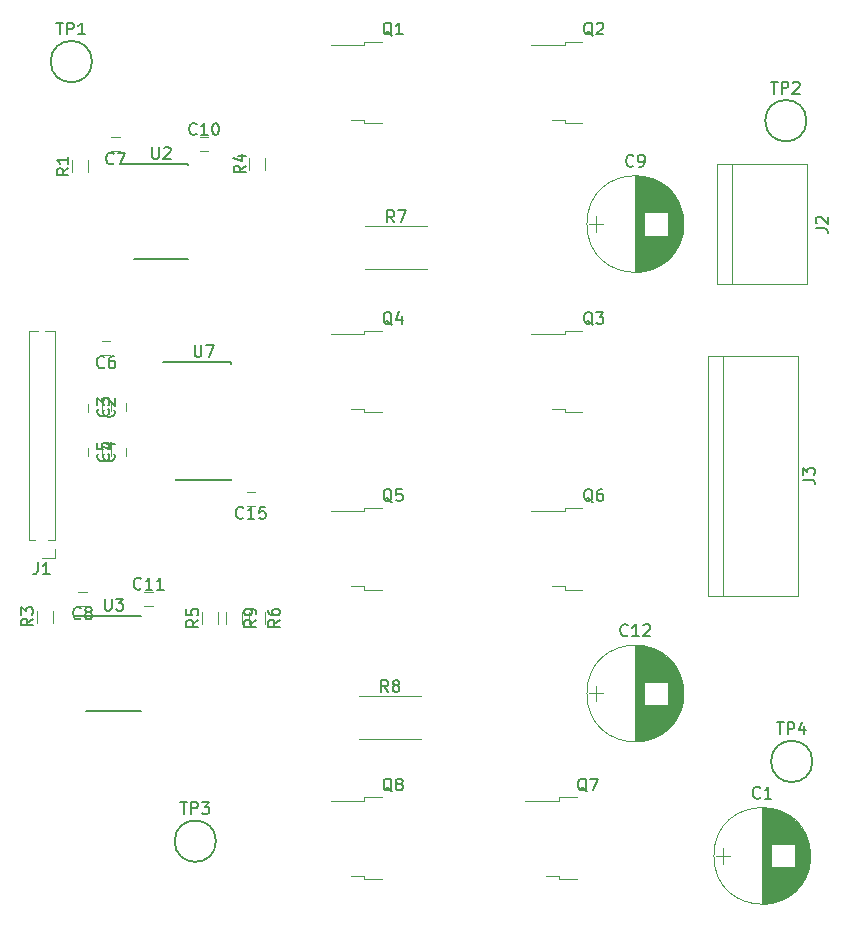
<source format=gbr>
G04 #@! TF.GenerationSoftware,KiCad,Pcbnew,5.0.2-bee76a0~70~ubuntu18.04.1*
G04 #@! TF.CreationDate,2019-02-27T20:57:34-05:00*
G04 #@! TF.ProjectId,Stepper Motor Prototype,53746570-7065-4722-904d-6f746f722050,rev?*
G04 #@! TF.SameCoordinates,Original*
G04 #@! TF.FileFunction,Legend,Top*
G04 #@! TF.FilePolarity,Positive*
%FSLAX46Y46*%
G04 Gerber Fmt 4.6, Leading zero omitted, Abs format (unit mm)*
G04 Created by KiCad (PCBNEW 5.0.2-bee76a0~70~ubuntu18.04.1) date Wed 27 Feb 2019 08:57:34 PM EST*
%MOMM*%
%LPD*%
G01*
G04 APERTURE LIST*
%ADD10C,0.120000*%
%ADD11C,0.150000*%
G04 APERTURE END LIST*
D10*
G04 #@! TO.C,J2*
X170190000Y-64460000D02*
X170190000Y-74620000D01*
X177810000Y-64460000D02*
X170190000Y-64460000D01*
X177810000Y-74620000D02*
X177810000Y-64460000D01*
X170190000Y-74620000D02*
X177810000Y-74620000D01*
X171460000Y-74620000D02*
X171460000Y-64460000D01*
G04 #@! TO.C,J3*
X169390000Y-80660000D02*
X169390000Y-100980000D01*
X177010000Y-80660000D02*
X177010000Y-100980000D01*
X170660000Y-100980000D02*
X170660000Y-80660000D01*
X169390000Y-100980000D02*
X177010000Y-100980000D01*
X177010000Y-80660000D02*
X169390000Y-80660000D01*
G04 #@! TO.C,Q4*
X141780000Y-78550000D02*
X140280000Y-78550000D01*
X140280000Y-78550000D02*
X140280000Y-78820000D01*
X140280000Y-78820000D02*
X137450000Y-78820000D01*
X141780000Y-85450000D02*
X140280000Y-85450000D01*
X140280000Y-85450000D02*
X140280000Y-85180000D01*
X140280000Y-85180000D02*
X139180000Y-85180000D01*
G04 #@! TO.C,Q3*
X157280000Y-85180000D02*
X156180000Y-85180000D01*
X157280000Y-85450000D02*
X157280000Y-85180000D01*
X158780000Y-85450000D02*
X157280000Y-85450000D01*
X157280000Y-78820000D02*
X154450000Y-78820000D01*
X157280000Y-78550000D02*
X157280000Y-78820000D01*
X158780000Y-78550000D02*
X157280000Y-78550000D01*
G04 #@! TO.C,Q2*
X158780000Y-54050000D02*
X157280000Y-54050000D01*
X157280000Y-54050000D02*
X157280000Y-54320000D01*
X157280000Y-54320000D02*
X154450000Y-54320000D01*
X158780000Y-60950000D02*
X157280000Y-60950000D01*
X157280000Y-60950000D02*
X157280000Y-60680000D01*
X157280000Y-60680000D02*
X156180000Y-60680000D01*
G04 #@! TO.C,Q1*
X140280000Y-60680000D02*
X139180000Y-60680000D01*
X140280000Y-60950000D02*
X140280000Y-60680000D01*
X141780000Y-60950000D02*
X140280000Y-60950000D01*
X140280000Y-54320000D02*
X137450000Y-54320000D01*
X140280000Y-54050000D02*
X140280000Y-54320000D01*
X141780000Y-54050000D02*
X140280000Y-54050000D01*
G04 #@! TO.C,Q5*
X141780000Y-93550000D02*
X140280000Y-93550000D01*
X140280000Y-93550000D02*
X140280000Y-93820000D01*
X140280000Y-93820000D02*
X137450000Y-93820000D01*
X141780000Y-100450000D02*
X140280000Y-100450000D01*
X140280000Y-100450000D02*
X140280000Y-100180000D01*
X140280000Y-100180000D02*
X139180000Y-100180000D01*
G04 #@! TO.C,Q6*
X157280000Y-100180000D02*
X156180000Y-100180000D01*
X157280000Y-100450000D02*
X157280000Y-100180000D01*
X158780000Y-100450000D02*
X157280000Y-100450000D01*
X157280000Y-93820000D02*
X154450000Y-93820000D01*
X157280000Y-93550000D02*
X157280000Y-93820000D01*
X158780000Y-93550000D02*
X157280000Y-93550000D01*
G04 #@! TO.C,Q7*
X158280000Y-118050000D02*
X156780000Y-118050000D01*
X156780000Y-118050000D02*
X156780000Y-118320000D01*
X156780000Y-118320000D02*
X153950000Y-118320000D01*
X158280000Y-124950000D02*
X156780000Y-124950000D01*
X156780000Y-124950000D02*
X156780000Y-124680000D01*
X156780000Y-124680000D02*
X155680000Y-124680000D01*
G04 #@! TO.C,Q8*
X140280000Y-124680000D02*
X139180000Y-124680000D01*
X140280000Y-124950000D02*
X140280000Y-124680000D01*
X141780000Y-124950000D02*
X140280000Y-124950000D01*
X140280000Y-118320000D02*
X137450000Y-118320000D01*
X140280000Y-118050000D02*
X140280000Y-118320000D01*
X141780000Y-118050000D02*
X140280000Y-118050000D01*
G04 #@! TO.C,C3*
X120100000Y-84650000D02*
X120100000Y-85350000D01*
X118900000Y-85350000D02*
X118900000Y-84650000D01*
G04 #@! TO.C,C4*
X118100000Y-88450000D02*
X118100000Y-89150000D01*
X116900000Y-89150000D02*
X116900000Y-88450000D01*
G04 #@! TO.C,C5*
X120100000Y-88450000D02*
X120100000Y-89150000D01*
X118900000Y-89150000D02*
X118900000Y-88450000D01*
G04 #@! TO.C,C6*
X118800000Y-80600000D02*
X118100000Y-80600000D01*
X118100000Y-79400000D02*
X118800000Y-79400000D01*
G04 #@! TO.C,C2*
X116900000Y-85400000D02*
X116900000Y-84700000D01*
X118100000Y-84700000D02*
X118100000Y-85400000D01*
G04 #@! TO.C,R7*
X140400000Y-69680000D02*
X145600000Y-69680000D01*
X145600000Y-73320000D02*
X140400000Y-73320000D01*
G04 #@! TO.C,R8*
X139900000Y-109430000D02*
X145100000Y-109430000D01*
X145100000Y-113070000D02*
X139900000Y-113070000D01*
G04 #@! TO.C,C1*
X170650000Y-122350000D02*
X170650000Y-123650000D01*
X170050000Y-123000000D02*
X171250000Y-123000000D01*
X178081000Y-122754000D02*
X178081000Y-123246000D01*
X178041000Y-122402000D02*
X178041000Y-123598000D01*
X178001000Y-122186000D02*
X178001000Y-123814000D01*
X177961000Y-122017000D02*
X177961000Y-123983000D01*
X177921000Y-121873000D02*
X177921000Y-124127000D01*
X177881000Y-121746000D02*
X177881000Y-124254000D01*
X177841000Y-121631000D02*
X177841000Y-124369000D01*
X177801000Y-121527000D02*
X177801000Y-124473000D01*
X177761000Y-121430000D02*
X177761000Y-124570000D01*
X177721000Y-121340000D02*
X177721000Y-124660000D01*
X177681000Y-121255000D02*
X177681000Y-124745000D01*
X177641000Y-121174000D02*
X177641000Y-124826000D01*
X177601000Y-121098000D02*
X177601000Y-124902000D01*
X177561000Y-121026000D02*
X177561000Y-124974000D01*
X177521000Y-120957000D02*
X177521000Y-125043000D01*
X177481000Y-120891000D02*
X177481000Y-125109000D01*
X177441000Y-120827000D02*
X177441000Y-125173000D01*
X177401000Y-120766000D02*
X177401000Y-125234000D01*
X177361000Y-120707000D02*
X177361000Y-125293000D01*
X177321000Y-120651000D02*
X177321000Y-125349000D01*
X177281000Y-120596000D02*
X177281000Y-125404000D01*
X177241000Y-120543000D02*
X177241000Y-125457000D01*
X177201000Y-120492000D02*
X177201000Y-125508000D01*
X177161000Y-120443000D02*
X177161000Y-125557000D01*
X177121000Y-120395000D02*
X177121000Y-125605000D01*
X177081000Y-120348000D02*
X177081000Y-125652000D01*
X177041000Y-120303000D02*
X177041000Y-125697000D01*
X177001000Y-120260000D02*
X177001000Y-125740000D01*
X176961000Y-120217000D02*
X176961000Y-125783000D01*
X176921000Y-120176000D02*
X176921000Y-125824000D01*
X176881000Y-120135000D02*
X176881000Y-125865000D01*
X176841000Y-120096000D02*
X176841000Y-125904000D01*
X176801000Y-120058000D02*
X176801000Y-125942000D01*
X176761000Y-120021000D02*
X176761000Y-125979000D01*
X176721000Y-123980000D02*
X176721000Y-126015000D01*
X176721000Y-119985000D02*
X176721000Y-122020000D01*
X176681000Y-123980000D02*
X176681000Y-126050000D01*
X176681000Y-119950000D02*
X176681000Y-122020000D01*
X176641000Y-123980000D02*
X176641000Y-126084000D01*
X176641000Y-119916000D02*
X176641000Y-122020000D01*
X176601000Y-123980000D02*
X176601000Y-126118000D01*
X176601000Y-119882000D02*
X176601000Y-122020000D01*
X176561000Y-123980000D02*
X176561000Y-126150000D01*
X176561000Y-119850000D02*
X176561000Y-122020000D01*
X176521000Y-123980000D02*
X176521000Y-126182000D01*
X176521000Y-119818000D02*
X176521000Y-122020000D01*
X176481000Y-123980000D02*
X176481000Y-126213000D01*
X176481000Y-119787000D02*
X176481000Y-122020000D01*
X176441000Y-123980000D02*
X176441000Y-126243000D01*
X176441000Y-119757000D02*
X176441000Y-122020000D01*
X176401000Y-123980000D02*
X176401000Y-126272000D01*
X176401000Y-119728000D02*
X176401000Y-122020000D01*
X176361000Y-123980000D02*
X176361000Y-126301000D01*
X176361000Y-119699000D02*
X176361000Y-122020000D01*
X176321000Y-123980000D02*
X176321000Y-126329000D01*
X176321000Y-119671000D02*
X176321000Y-122020000D01*
X176281000Y-123980000D02*
X176281000Y-126356000D01*
X176281000Y-119644000D02*
X176281000Y-122020000D01*
X176241000Y-123980000D02*
X176241000Y-126383000D01*
X176241000Y-119617000D02*
X176241000Y-122020000D01*
X176201000Y-123980000D02*
X176201000Y-126408000D01*
X176201000Y-119592000D02*
X176201000Y-122020000D01*
X176161000Y-123980000D02*
X176161000Y-126434000D01*
X176161000Y-119566000D02*
X176161000Y-122020000D01*
X176121000Y-123980000D02*
X176121000Y-126458000D01*
X176121000Y-119542000D02*
X176121000Y-122020000D01*
X176081000Y-123980000D02*
X176081000Y-126482000D01*
X176081000Y-119518000D02*
X176081000Y-122020000D01*
X176041000Y-123980000D02*
X176041000Y-126505000D01*
X176041000Y-119495000D02*
X176041000Y-122020000D01*
X176001000Y-123980000D02*
X176001000Y-126528000D01*
X176001000Y-119472000D02*
X176001000Y-122020000D01*
X175961000Y-123980000D02*
X175961000Y-126550000D01*
X175961000Y-119450000D02*
X175961000Y-122020000D01*
X175921000Y-123980000D02*
X175921000Y-126572000D01*
X175921000Y-119428000D02*
X175921000Y-122020000D01*
X175881000Y-123980000D02*
X175881000Y-126593000D01*
X175881000Y-119407000D02*
X175881000Y-122020000D01*
X175841000Y-123980000D02*
X175841000Y-126613000D01*
X175841000Y-119387000D02*
X175841000Y-122020000D01*
X175801000Y-123980000D02*
X175801000Y-126633000D01*
X175801000Y-119367000D02*
X175801000Y-122020000D01*
X175761000Y-123980000D02*
X175761000Y-126652000D01*
X175761000Y-119348000D02*
X175761000Y-122020000D01*
X175721000Y-123980000D02*
X175721000Y-126671000D01*
X175721000Y-119329000D02*
X175721000Y-122020000D01*
X175681000Y-123980000D02*
X175681000Y-126690000D01*
X175681000Y-119310000D02*
X175681000Y-122020000D01*
X175641000Y-123980000D02*
X175641000Y-126707000D01*
X175641000Y-119293000D02*
X175641000Y-122020000D01*
X175601000Y-123980000D02*
X175601000Y-126725000D01*
X175601000Y-119275000D02*
X175601000Y-122020000D01*
X175561000Y-123980000D02*
X175561000Y-126741000D01*
X175561000Y-119259000D02*
X175561000Y-122020000D01*
X175521000Y-123980000D02*
X175521000Y-126758000D01*
X175521000Y-119242000D02*
X175521000Y-122020000D01*
X175481000Y-123980000D02*
X175481000Y-126773000D01*
X175481000Y-119227000D02*
X175481000Y-122020000D01*
X175441000Y-123980000D02*
X175441000Y-126789000D01*
X175441000Y-119211000D02*
X175441000Y-122020000D01*
X175401000Y-123980000D02*
X175401000Y-126803000D01*
X175401000Y-119197000D02*
X175401000Y-122020000D01*
X175361000Y-123980000D02*
X175361000Y-126818000D01*
X175361000Y-119182000D02*
X175361000Y-122020000D01*
X175321000Y-123980000D02*
X175321000Y-126832000D01*
X175321000Y-119168000D02*
X175321000Y-122020000D01*
X175281000Y-123980000D02*
X175281000Y-126845000D01*
X175281000Y-119155000D02*
X175281000Y-122020000D01*
X175241000Y-123980000D02*
X175241000Y-126858000D01*
X175241000Y-119142000D02*
X175241000Y-122020000D01*
X175201000Y-123980000D02*
X175201000Y-126870000D01*
X175201000Y-119130000D02*
X175201000Y-122020000D01*
X175161000Y-123980000D02*
X175161000Y-126883000D01*
X175161000Y-119117000D02*
X175161000Y-122020000D01*
X175121000Y-123980000D02*
X175121000Y-126894000D01*
X175121000Y-119106000D02*
X175121000Y-122020000D01*
X175081000Y-123980000D02*
X175081000Y-126905000D01*
X175081000Y-119095000D02*
X175081000Y-122020000D01*
X175041000Y-123980000D02*
X175041000Y-126916000D01*
X175041000Y-119084000D02*
X175041000Y-122020000D01*
X175001000Y-123980000D02*
X175001000Y-126926000D01*
X175001000Y-119074000D02*
X175001000Y-122020000D01*
X174961000Y-123980000D02*
X174961000Y-126936000D01*
X174961000Y-119064000D02*
X174961000Y-122020000D01*
X174921000Y-123980000D02*
X174921000Y-126946000D01*
X174921000Y-119054000D02*
X174921000Y-122020000D01*
X174881000Y-123980000D02*
X174881000Y-126955000D01*
X174881000Y-119045000D02*
X174881000Y-122020000D01*
X174841000Y-123980000D02*
X174841000Y-126963000D01*
X174841000Y-119037000D02*
X174841000Y-122020000D01*
X174801000Y-123980000D02*
X174801000Y-126971000D01*
X174801000Y-119029000D02*
X174801000Y-122020000D01*
X174761000Y-119021000D02*
X174761000Y-126979000D01*
X174721000Y-119013000D02*
X174721000Y-126987000D01*
X174680000Y-119006000D02*
X174680000Y-126994000D01*
X174640000Y-119000000D02*
X174640000Y-127000000D01*
X174600000Y-118994000D02*
X174600000Y-127006000D01*
X174560000Y-118988000D02*
X174560000Y-127012000D01*
X174520000Y-118983000D02*
X174520000Y-127017000D01*
X174480000Y-118978000D02*
X174480000Y-127022000D01*
X174440000Y-118973000D02*
X174440000Y-127027000D01*
X174400000Y-118969000D02*
X174400000Y-127031000D01*
X174360000Y-118965000D02*
X174360000Y-127035000D01*
X174320000Y-118962000D02*
X174320000Y-127038000D01*
X174280000Y-118959000D02*
X174280000Y-127041000D01*
X174240000Y-118957000D02*
X174240000Y-127043000D01*
X174200000Y-118954000D02*
X174200000Y-127046000D01*
X174160000Y-118953000D02*
X174160000Y-127047000D01*
X174120000Y-118951000D02*
X174120000Y-127049000D01*
X174080000Y-118950000D02*
X174080000Y-127050000D01*
X174040000Y-118950000D02*
X174040000Y-127050000D01*
X174000000Y-118950000D02*
X174000000Y-127050000D01*
X178090000Y-123000000D02*
G75*
G03X178090000Y-123000000I-4090000J0D01*
G01*
D11*
G04 #@! TO.C,TP1*
X117250000Y-55750000D02*
G75*
G03X117250000Y-55750000I-1750000J0D01*
G01*
G04 #@! TO.C,TP2*
X177750000Y-60750000D02*
G75*
G03X177750000Y-60750000I-1750000J0D01*
G01*
G04 #@! TO.C,TP3*
X127750000Y-121750000D02*
G75*
G03X127750000Y-121750000I-1750000J0D01*
G01*
G04 #@! TO.C,TP4*
X178250000Y-115000000D02*
G75*
G03X178250000Y-115000000I-1750000J0D01*
G01*
G04 #@! TO.C,U7*
X124375000Y-91175000D02*
X129025000Y-91175000D01*
X123300000Y-81175000D02*
X129025000Y-81175000D01*
X124375000Y-91175000D02*
X124375000Y-91067500D01*
X129025000Y-91175000D02*
X129025000Y-91067500D01*
X129025000Y-81225000D02*
X129025000Y-81332500D01*
D10*
G04 #@! TO.C,J1*
X114110000Y-97760000D02*
X113000000Y-97760000D01*
X114110000Y-97000000D02*
X114110000Y-97760000D01*
X112436529Y-96240000D02*
X111890000Y-96240000D01*
X114110000Y-96240000D02*
X113563471Y-96240000D01*
X111890000Y-96240000D02*
X111890000Y-78525000D01*
X114110000Y-96240000D02*
X114110000Y-78525000D01*
X112692470Y-78525000D02*
X111890000Y-78525000D01*
X114110000Y-78525000D02*
X113307530Y-78525000D01*
G04 #@! TO.C,C7*
X119600000Y-63350000D02*
X118900000Y-63350000D01*
X118900000Y-62150000D02*
X119600000Y-62150000D01*
G04 #@! TO.C,C8*
X116800000Y-101850000D02*
X116100000Y-101850000D01*
X116100000Y-100650000D02*
X116800000Y-100650000D01*
G04 #@! TO.C,C9*
X167340000Y-69500000D02*
G75*
G03X167340000Y-69500000I-4090000J0D01*
G01*
X163250000Y-65450000D02*
X163250000Y-73550000D01*
X163290000Y-65450000D02*
X163290000Y-73550000D01*
X163330000Y-65450000D02*
X163330000Y-73550000D01*
X163370000Y-65451000D02*
X163370000Y-73549000D01*
X163410000Y-65453000D02*
X163410000Y-73547000D01*
X163450000Y-65454000D02*
X163450000Y-73546000D01*
X163490000Y-65457000D02*
X163490000Y-73543000D01*
X163530000Y-65459000D02*
X163530000Y-73541000D01*
X163570000Y-65462000D02*
X163570000Y-73538000D01*
X163610000Y-65465000D02*
X163610000Y-73535000D01*
X163650000Y-65469000D02*
X163650000Y-73531000D01*
X163690000Y-65473000D02*
X163690000Y-73527000D01*
X163730000Y-65478000D02*
X163730000Y-73522000D01*
X163770000Y-65483000D02*
X163770000Y-73517000D01*
X163810000Y-65488000D02*
X163810000Y-73512000D01*
X163850000Y-65494000D02*
X163850000Y-73506000D01*
X163890000Y-65500000D02*
X163890000Y-73500000D01*
X163930000Y-65506000D02*
X163930000Y-73494000D01*
X163971000Y-65513000D02*
X163971000Y-73487000D01*
X164011000Y-65521000D02*
X164011000Y-73479000D01*
X164051000Y-65529000D02*
X164051000Y-68520000D01*
X164051000Y-70480000D02*
X164051000Y-73471000D01*
X164091000Y-65537000D02*
X164091000Y-68520000D01*
X164091000Y-70480000D02*
X164091000Y-73463000D01*
X164131000Y-65545000D02*
X164131000Y-68520000D01*
X164131000Y-70480000D02*
X164131000Y-73455000D01*
X164171000Y-65554000D02*
X164171000Y-68520000D01*
X164171000Y-70480000D02*
X164171000Y-73446000D01*
X164211000Y-65564000D02*
X164211000Y-68520000D01*
X164211000Y-70480000D02*
X164211000Y-73436000D01*
X164251000Y-65574000D02*
X164251000Y-68520000D01*
X164251000Y-70480000D02*
X164251000Y-73426000D01*
X164291000Y-65584000D02*
X164291000Y-68520000D01*
X164291000Y-70480000D02*
X164291000Y-73416000D01*
X164331000Y-65595000D02*
X164331000Y-68520000D01*
X164331000Y-70480000D02*
X164331000Y-73405000D01*
X164371000Y-65606000D02*
X164371000Y-68520000D01*
X164371000Y-70480000D02*
X164371000Y-73394000D01*
X164411000Y-65617000D02*
X164411000Y-68520000D01*
X164411000Y-70480000D02*
X164411000Y-73383000D01*
X164451000Y-65630000D02*
X164451000Y-68520000D01*
X164451000Y-70480000D02*
X164451000Y-73370000D01*
X164491000Y-65642000D02*
X164491000Y-68520000D01*
X164491000Y-70480000D02*
X164491000Y-73358000D01*
X164531000Y-65655000D02*
X164531000Y-68520000D01*
X164531000Y-70480000D02*
X164531000Y-73345000D01*
X164571000Y-65668000D02*
X164571000Y-68520000D01*
X164571000Y-70480000D02*
X164571000Y-73332000D01*
X164611000Y-65682000D02*
X164611000Y-68520000D01*
X164611000Y-70480000D02*
X164611000Y-73318000D01*
X164651000Y-65697000D02*
X164651000Y-68520000D01*
X164651000Y-70480000D02*
X164651000Y-73303000D01*
X164691000Y-65711000D02*
X164691000Y-68520000D01*
X164691000Y-70480000D02*
X164691000Y-73289000D01*
X164731000Y-65727000D02*
X164731000Y-68520000D01*
X164731000Y-70480000D02*
X164731000Y-73273000D01*
X164771000Y-65742000D02*
X164771000Y-68520000D01*
X164771000Y-70480000D02*
X164771000Y-73258000D01*
X164811000Y-65759000D02*
X164811000Y-68520000D01*
X164811000Y-70480000D02*
X164811000Y-73241000D01*
X164851000Y-65775000D02*
X164851000Y-68520000D01*
X164851000Y-70480000D02*
X164851000Y-73225000D01*
X164891000Y-65793000D02*
X164891000Y-68520000D01*
X164891000Y-70480000D02*
X164891000Y-73207000D01*
X164931000Y-65810000D02*
X164931000Y-68520000D01*
X164931000Y-70480000D02*
X164931000Y-73190000D01*
X164971000Y-65829000D02*
X164971000Y-68520000D01*
X164971000Y-70480000D02*
X164971000Y-73171000D01*
X165011000Y-65848000D02*
X165011000Y-68520000D01*
X165011000Y-70480000D02*
X165011000Y-73152000D01*
X165051000Y-65867000D02*
X165051000Y-68520000D01*
X165051000Y-70480000D02*
X165051000Y-73133000D01*
X165091000Y-65887000D02*
X165091000Y-68520000D01*
X165091000Y-70480000D02*
X165091000Y-73113000D01*
X165131000Y-65907000D02*
X165131000Y-68520000D01*
X165131000Y-70480000D02*
X165131000Y-73093000D01*
X165171000Y-65928000D02*
X165171000Y-68520000D01*
X165171000Y-70480000D02*
X165171000Y-73072000D01*
X165211000Y-65950000D02*
X165211000Y-68520000D01*
X165211000Y-70480000D02*
X165211000Y-73050000D01*
X165251000Y-65972000D02*
X165251000Y-68520000D01*
X165251000Y-70480000D02*
X165251000Y-73028000D01*
X165291000Y-65995000D02*
X165291000Y-68520000D01*
X165291000Y-70480000D02*
X165291000Y-73005000D01*
X165331000Y-66018000D02*
X165331000Y-68520000D01*
X165331000Y-70480000D02*
X165331000Y-72982000D01*
X165371000Y-66042000D02*
X165371000Y-68520000D01*
X165371000Y-70480000D02*
X165371000Y-72958000D01*
X165411000Y-66066000D02*
X165411000Y-68520000D01*
X165411000Y-70480000D02*
X165411000Y-72934000D01*
X165451000Y-66092000D02*
X165451000Y-68520000D01*
X165451000Y-70480000D02*
X165451000Y-72908000D01*
X165491000Y-66117000D02*
X165491000Y-68520000D01*
X165491000Y-70480000D02*
X165491000Y-72883000D01*
X165531000Y-66144000D02*
X165531000Y-68520000D01*
X165531000Y-70480000D02*
X165531000Y-72856000D01*
X165571000Y-66171000D02*
X165571000Y-68520000D01*
X165571000Y-70480000D02*
X165571000Y-72829000D01*
X165611000Y-66199000D02*
X165611000Y-68520000D01*
X165611000Y-70480000D02*
X165611000Y-72801000D01*
X165651000Y-66228000D02*
X165651000Y-68520000D01*
X165651000Y-70480000D02*
X165651000Y-72772000D01*
X165691000Y-66257000D02*
X165691000Y-68520000D01*
X165691000Y-70480000D02*
X165691000Y-72743000D01*
X165731000Y-66287000D02*
X165731000Y-68520000D01*
X165731000Y-70480000D02*
X165731000Y-72713000D01*
X165771000Y-66318000D02*
X165771000Y-68520000D01*
X165771000Y-70480000D02*
X165771000Y-72682000D01*
X165811000Y-66350000D02*
X165811000Y-68520000D01*
X165811000Y-70480000D02*
X165811000Y-72650000D01*
X165851000Y-66382000D02*
X165851000Y-68520000D01*
X165851000Y-70480000D02*
X165851000Y-72618000D01*
X165891000Y-66416000D02*
X165891000Y-68520000D01*
X165891000Y-70480000D02*
X165891000Y-72584000D01*
X165931000Y-66450000D02*
X165931000Y-68520000D01*
X165931000Y-70480000D02*
X165931000Y-72550000D01*
X165971000Y-66485000D02*
X165971000Y-68520000D01*
X165971000Y-70480000D02*
X165971000Y-72515000D01*
X166011000Y-66521000D02*
X166011000Y-72479000D01*
X166051000Y-66558000D02*
X166051000Y-72442000D01*
X166091000Y-66596000D02*
X166091000Y-72404000D01*
X166131000Y-66635000D02*
X166131000Y-72365000D01*
X166171000Y-66676000D02*
X166171000Y-72324000D01*
X166211000Y-66717000D02*
X166211000Y-72283000D01*
X166251000Y-66760000D02*
X166251000Y-72240000D01*
X166291000Y-66803000D02*
X166291000Y-72197000D01*
X166331000Y-66848000D02*
X166331000Y-72152000D01*
X166371000Y-66895000D02*
X166371000Y-72105000D01*
X166411000Y-66943000D02*
X166411000Y-72057000D01*
X166451000Y-66992000D02*
X166451000Y-72008000D01*
X166491000Y-67043000D02*
X166491000Y-71957000D01*
X166531000Y-67096000D02*
X166531000Y-71904000D01*
X166571000Y-67151000D02*
X166571000Y-71849000D01*
X166611000Y-67207000D02*
X166611000Y-71793000D01*
X166651000Y-67266000D02*
X166651000Y-71734000D01*
X166691000Y-67327000D02*
X166691000Y-71673000D01*
X166731000Y-67391000D02*
X166731000Y-71609000D01*
X166771000Y-67457000D02*
X166771000Y-71543000D01*
X166811000Y-67526000D02*
X166811000Y-71474000D01*
X166851000Y-67598000D02*
X166851000Y-71402000D01*
X166891000Y-67674000D02*
X166891000Y-71326000D01*
X166931000Y-67755000D02*
X166931000Y-71245000D01*
X166971000Y-67840000D02*
X166971000Y-71160000D01*
X167011000Y-67930000D02*
X167011000Y-71070000D01*
X167051000Y-68027000D02*
X167051000Y-70973000D01*
X167091000Y-68131000D02*
X167091000Y-70869000D01*
X167131000Y-68246000D02*
X167131000Y-70754000D01*
X167171000Y-68373000D02*
X167171000Y-70627000D01*
X167211000Y-68517000D02*
X167211000Y-70483000D01*
X167251000Y-68686000D02*
X167251000Y-70314000D01*
X167291000Y-68902000D02*
X167291000Y-70098000D01*
X167331000Y-69254000D02*
X167331000Y-69746000D01*
X159300000Y-69500000D02*
X160500000Y-69500000D01*
X159900000Y-68850000D02*
X159900000Y-70150000D01*
G04 #@! TO.C,C10*
X127100000Y-63350000D02*
X126400000Y-63350000D01*
X126400000Y-62150000D02*
X127100000Y-62150000D01*
G04 #@! TO.C,C11*
X122400000Y-101850000D02*
X121700000Y-101850000D01*
X121700000Y-100650000D02*
X122400000Y-100650000D01*
G04 #@! TO.C,C12*
X159900000Y-108600000D02*
X159900000Y-109900000D01*
X159300000Y-109250000D02*
X160500000Y-109250000D01*
X167331000Y-109004000D02*
X167331000Y-109496000D01*
X167291000Y-108652000D02*
X167291000Y-109848000D01*
X167251000Y-108436000D02*
X167251000Y-110064000D01*
X167211000Y-108267000D02*
X167211000Y-110233000D01*
X167171000Y-108123000D02*
X167171000Y-110377000D01*
X167131000Y-107996000D02*
X167131000Y-110504000D01*
X167091000Y-107881000D02*
X167091000Y-110619000D01*
X167051000Y-107777000D02*
X167051000Y-110723000D01*
X167011000Y-107680000D02*
X167011000Y-110820000D01*
X166971000Y-107590000D02*
X166971000Y-110910000D01*
X166931000Y-107505000D02*
X166931000Y-110995000D01*
X166891000Y-107424000D02*
X166891000Y-111076000D01*
X166851000Y-107348000D02*
X166851000Y-111152000D01*
X166811000Y-107276000D02*
X166811000Y-111224000D01*
X166771000Y-107207000D02*
X166771000Y-111293000D01*
X166731000Y-107141000D02*
X166731000Y-111359000D01*
X166691000Y-107077000D02*
X166691000Y-111423000D01*
X166651000Y-107016000D02*
X166651000Y-111484000D01*
X166611000Y-106957000D02*
X166611000Y-111543000D01*
X166571000Y-106901000D02*
X166571000Y-111599000D01*
X166531000Y-106846000D02*
X166531000Y-111654000D01*
X166491000Y-106793000D02*
X166491000Y-111707000D01*
X166451000Y-106742000D02*
X166451000Y-111758000D01*
X166411000Y-106693000D02*
X166411000Y-111807000D01*
X166371000Y-106645000D02*
X166371000Y-111855000D01*
X166331000Y-106598000D02*
X166331000Y-111902000D01*
X166291000Y-106553000D02*
X166291000Y-111947000D01*
X166251000Y-106510000D02*
X166251000Y-111990000D01*
X166211000Y-106467000D02*
X166211000Y-112033000D01*
X166171000Y-106426000D02*
X166171000Y-112074000D01*
X166131000Y-106385000D02*
X166131000Y-112115000D01*
X166091000Y-106346000D02*
X166091000Y-112154000D01*
X166051000Y-106308000D02*
X166051000Y-112192000D01*
X166011000Y-106271000D02*
X166011000Y-112229000D01*
X165971000Y-110230000D02*
X165971000Y-112265000D01*
X165971000Y-106235000D02*
X165971000Y-108270000D01*
X165931000Y-110230000D02*
X165931000Y-112300000D01*
X165931000Y-106200000D02*
X165931000Y-108270000D01*
X165891000Y-110230000D02*
X165891000Y-112334000D01*
X165891000Y-106166000D02*
X165891000Y-108270000D01*
X165851000Y-110230000D02*
X165851000Y-112368000D01*
X165851000Y-106132000D02*
X165851000Y-108270000D01*
X165811000Y-110230000D02*
X165811000Y-112400000D01*
X165811000Y-106100000D02*
X165811000Y-108270000D01*
X165771000Y-110230000D02*
X165771000Y-112432000D01*
X165771000Y-106068000D02*
X165771000Y-108270000D01*
X165731000Y-110230000D02*
X165731000Y-112463000D01*
X165731000Y-106037000D02*
X165731000Y-108270000D01*
X165691000Y-110230000D02*
X165691000Y-112493000D01*
X165691000Y-106007000D02*
X165691000Y-108270000D01*
X165651000Y-110230000D02*
X165651000Y-112522000D01*
X165651000Y-105978000D02*
X165651000Y-108270000D01*
X165611000Y-110230000D02*
X165611000Y-112551000D01*
X165611000Y-105949000D02*
X165611000Y-108270000D01*
X165571000Y-110230000D02*
X165571000Y-112579000D01*
X165571000Y-105921000D02*
X165571000Y-108270000D01*
X165531000Y-110230000D02*
X165531000Y-112606000D01*
X165531000Y-105894000D02*
X165531000Y-108270000D01*
X165491000Y-110230000D02*
X165491000Y-112633000D01*
X165491000Y-105867000D02*
X165491000Y-108270000D01*
X165451000Y-110230000D02*
X165451000Y-112658000D01*
X165451000Y-105842000D02*
X165451000Y-108270000D01*
X165411000Y-110230000D02*
X165411000Y-112684000D01*
X165411000Y-105816000D02*
X165411000Y-108270000D01*
X165371000Y-110230000D02*
X165371000Y-112708000D01*
X165371000Y-105792000D02*
X165371000Y-108270000D01*
X165331000Y-110230000D02*
X165331000Y-112732000D01*
X165331000Y-105768000D02*
X165331000Y-108270000D01*
X165291000Y-110230000D02*
X165291000Y-112755000D01*
X165291000Y-105745000D02*
X165291000Y-108270000D01*
X165251000Y-110230000D02*
X165251000Y-112778000D01*
X165251000Y-105722000D02*
X165251000Y-108270000D01*
X165211000Y-110230000D02*
X165211000Y-112800000D01*
X165211000Y-105700000D02*
X165211000Y-108270000D01*
X165171000Y-110230000D02*
X165171000Y-112822000D01*
X165171000Y-105678000D02*
X165171000Y-108270000D01*
X165131000Y-110230000D02*
X165131000Y-112843000D01*
X165131000Y-105657000D02*
X165131000Y-108270000D01*
X165091000Y-110230000D02*
X165091000Y-112863000D01*
X165091000Y-105637000D02*
X165091000Y-108270000D01*
X165051000Y-110230000D02*
X165051000Y-112883000D01*
X165051000Y-105617000D02*
X165051000Y-108270000D01*
X165011000Y-110230000D02*
X165011000Y-112902000D01*
X165011000Y-105598000D02*
X165011000Y-108270000D01*
X164971000Y-110230000D02*
X164971000Y-112921000D01*
X164971000Y-105579000D02*
X164971000Y-108270000D01*
X164931000Y-110230000D02*
X164931000Y-112940000D01*
X164931000Y-105560000D02*
X164931000Y-108270000D01*
X164891000Y-110230000D02*
X164891000Y-112957000D01*
X164891000Y-105543000D02*
X164891000Y-108270000D01*
X164851000Y-110230000D02*
X164851000Y-112975000D01*
X164851000Y-105525000D02*
X164851000Y-108270000D01*
X164811000Y-110230000D02*
X164811000Y-112991000D01*
X164811000Y-105509000D02*
X164811000Y-108270000D01*
X164771000Y-110230000D02*
X164771000Y-113008000D01*
X164771000Y-105492000D02*
X164771000Y-108270000D01*
X164731000Y-110230000D02*
X164731000Y-113023000D01*
X164731000Y-105477000D02*
X164731000Y-108270000D01*
X164691000Y-110230000D02*
X164691000Y-113039000D01*
X164691000Y-105461000D02*
X164691000Y-108270000D01*
X164651000Y-110230000D02*
X164651000Y-113053000D01*
X164651000Y-105447000D02*
X164651000Y-108270000D01*
X164611000Y-110230000D02*
X164611000Y-113068000D01*
X164611000Y-105432000D02*
X164611000Y-108270000D01*
X164571000Y-110230000D02*
X164571000Y-113082000D01*
X164571000Y-105418000D02*
X164571000Y-108270000D01*
X164531000Y-110230000D02*
X164531000Y-113095000D01*
X164531000Y-105405000D02*
X164531000Y-108270000D01*
X164491000Y-110230000D02*
X164491000Y-113108000D01*
X164491000Y-105392000D02*
X164491000Y-108270000D01*
X164451000Y-110230000D02*
X164451000Y-113120000D01*
X164451000Y-105380000D02*
X164451000Y-108270000D01*
X164411000Y-110230000D02*
X164411000Y-113133000D01*
X164411000Y-105367000D02*
X164411000Y-108270000D01*
X164371000Y-110230000D02*
X164371000Y-113144000D01*
X164371000Y-105356000D02*
X164371000Y-108270000D01*
X164331000Y-110230000D02*
X164331000Y-113155000D01*
X164331000Y-105345000D02*
X164331000Y-108270000D01*
X164291000Y-110230000D02*
X164291000Y-113166000D01*
X164291000Y-105334000D02*
X164291000Y-108270000D01*
X164251000Y-110230000D02*
X164251000Y-113176000D01*
X164251000Y-105324000D02*
X164251000Y-108270000D01*
X164211000Y-110230000D02*
X164211000Y-113186000D01*
X164211000Y-105314000D02*
X164211000Y-108270000D01*
X164171000Y-110230000D02*
X164171000Y-113196000D01*
X164171000Y-105304000D02*
X164171000Y-108270000D01*
X164131000Y-110230000D02*
X164131000Y-113205000D01*
X164131000Y-105295000D02*
X164131000Y-108270000D01*
X164091000Y-110230000D02*
X164091000Y-113213000D01*
X164091000Y-105287000D02*
X164091000Y-108270000D01*
X164051000Y-110230000D02*
X164051000Y-113221000D01*
X164051000Y-105279000D02*
X164051000Y-108270000D01*
X164011000Y-105271000D02*
X164011000Y-113229000D01*
X163971000Y-105263000D02*
X163971000Y-113237000D01*
X163930000Y-105256000D02*
X163930000Y-113244000D01*
X163890000Y-105250000D02*
X163890000Y-113250000D01*
X163850000Y-105244000D02*
X163850000Y-113256000D01*
X163810000Y-105238000D02*
X163810000Y-113262000D01*
X163770000Y-105233000D02*
X163770000Y-113267000D01*
X163730000Y-105228000D02*
X163730000Y-113272000D01*
X163690000Y-105223000D02*
X163690000Y-113277000D01*
X163650000Y-105219000D02*
X163650000Y-113281000D01*
X163610000Y-105215000D02*
X163610000Y-113285000D01*
X163570000Y-105212000D02*
X163570000Y-113288000D01*
X163530000Y-105209000D02*
X163530000Y-113291000D01*
X163490000Y-105207000D02*
X163490000Y-113293000D01*
X163450000Y-105204000D02*
X163450000Y-113296000D01*
X163410000Y-105203000D02*
X163410000Y-113297000D01*
X163370000Y-105201000D02*
X163370000Y-113299000D01*
X163330000Y-105200000D02*
X163330000Y-113300000D01*
X163290000Y-105200000D02*
X163290000Y-113300000D01*
X163250000Y-105200000D02*
X163250000Y-113300000D01*
X167340000Y-109250000D02*
G75*
G03X167340000Y-109250000I-4090000J0D01*
G01*
G04 #@! TO.C,C15*
X130350000Y-92150000D02*
X131050000Y-92150000D01*
X131050000Y-93350000D02*
X130350000Y-93350000D01*
G04 #@! TO.C,R1*
X115570000Y-65100000D02*
X115570000Y-64100000D01*
X116930000Y-64100000D02*
X116930000Y-65100000D01*
G04 #@! TO.C,R3*
X112570000Y-103250000D02*
X112570000Y-102250000D01*
X113930000Y-102250000D02*
X113930000Y-103250000D01*
G04 #@! TO.C,R4*
X131930000Y-63900000D02*
X131930000Y-64900000D01*
X130570000Y-64900000D02*
X130570000Y-63900000D01*
G04 #@! TO.C,R5*
X127930000Y-102350000D02*
X127930000Y-103350000D01*
X126570000Y-103350000D02*
X126570000Y-102350000D01*
G04 #@! TO.C,R6*
X131930000Y-102350000D02*
X131930000Y-103350000D01*
X130570000Y-103350000D02*
X130570000Y-102350000D01*
G04 #@! TO.C,R9*
X128570000Y-103350000D02*
X128570000Y-102350000D01*
X129930000Y-102350000D02*
X129930000Y-103350000D01*
D11*
G04 #@! TO.C,U2*
X120775000Y-72500000D02*
X125425000Y-72500000D01*
X119700000Y-64400000D02*
X125425000Y-64400000D01*
X120775000Y-72500000D02*
X120775000Y-72475000D01*
X125425000Y-72500000D02*
X125425000Y-72475000D01*
X125425000Y-64450000D02*
X125425000Y-64475000D01*
G04 #@! TO.C,U3*
X121425000Y-102700000D02*
X121425000Y-102725000D01*
X121425000Y-110750000D02*
X121425000Y-110725000D01*
X116775000Y-110750000D02*
X116775000Y-110725000D01*
X115700000Y-102650000D02*
X121425000Y-102650000D01*
X116775000Y-110750000D02*
X121425000Y-110750000D01*
G04 #@! TO.C,J2*
X178532380Y-69873333D02*
X179246666Y-69873333D01*
X179389523Y-69920952D01*
X179484761Y-70016190D01*
X179532380Y-70159047D01*
X179532380Y-70254285D01*
X178627619Y-69444761D02*
X178580000Y-69397142D01*
X178532380Y-69301904D01*
X178532380Y-69063809D01*
X178580000Y-68968571D01*
X178627619Y-68920952D01*
X178722857Y-68873333D01*
X178818095Y-68873333D01*
X178960952Y-68920952D01*
X179532380Y-69492380D01*
X179532380Y-68873333D01*
G04 #@! TO.C,J3*
X177452380Y-91133333D02*
X178166666Y-91133333D01*
X178309523Y-91180952D01*
X178404761Y-91276190D01*
X178452380Y-91419047D01*
X178452380Y-91514285D01*
X177452380Y-90752380D02*
X177452380Y-90133333D01*
X177833333Y-90466666D01*
X177833333Y-90323809D01*
X177880952Y-90228571D01*
X177928571Y-90180952D01*
X178023809Y-90133333D01*
X178261904Y-90133333D01*
X178357142Y-90180952D01*
X178404761Y-90228571D01*
X178452380Y-90323809D01*
X178452380Y-90609523D01*
X178404761Y-90704761D01*
X178357142Y-90752380D01*
G04 #@! TO.C,Q4*
X142654761Y-78047619D02*
X142559523Y-78000000D01*
X142464285Y-77904761D01*
X142321428Y-77761904D01*
X142226190Y-77714285D01*
X142130952Y-77714285D01*
X142178571Y-77952380D02*
X142083333Y-77904761D01*
X141988095Y-77809523D01*
X141940476Y-77619047D01*
X141940476Y-77285714D01*
X141988095Y-77095238D01*
X142083333Y-77000000D01*
X142178571Y-76952380D01*
X142369047Y-76952380D01*
X142464285Y-77000000D01*
X142559523Y-77095238D01*
X142607142Y-77285714D01*
X142607142Y-77619047D01*
X142559523Y-77809523D01*
X142464285Y-77904761D01*
X142369047Y-77952380D01*
X142178571Y-77952380D01*
X143464285Y-77285714D02*
X143464285Y-77952380D01*
X143226190Y-76904761D02*
X142988095Y-77619047D01*
X143607142Y-77619047D01*
G04 #@! TO.C,Q3*
X159654761Y-78047619D02*
X159559523Y-78000000D01*
X159464285Y-77904761D01*
X159321428Y-77761904D01*
X159226190Y-77714285D01*
X159130952Y-77714285D01*
X159178571Y-77952380D02*
X159083333Y-77904761D01*
X158988095Y-77809523D01*
X158940476Y-77619047D01*
X158940476Y-77285714D01*
X158988095Y-77095238D01*
X159083333Y-77000000D01*
X159178571Y-76952380D01*
X159369047Y-76952380D01*
X159464285Y-77000000D01*
X159559523Y-77095238D01*
X159607142Y-77285714D01*
X159607142Y-77619047D01*
X159559523Y-77809523D01*
X159464285Y-77904761D01*
X159369047Y-77952380D01*
X159178571Y-77952380D01*
X159940476Y-76952380D02*
X160559523Y-76952380D01*
X160226190Y-77333333D01*
X160369047Y-77333333D01*
X160464285Y-77380952D01*
X160511904Y-77428571D01*
X160559523Y-77523809D01*
X160559523Y-77761904D01*
X160511904Y-77857142D01*
X160464285Y-77904761D01*
X160369047Y-77952380D01*
X160083333Y-77952380D01*
X159988095Y-77904761D01*
X159940476Y-77857142D01*
G04 #@! TO.C,Q2*
X159654761Y-53547619D02*
X159559523Y-53500000D01*
X159464285Y-53404761D01*
X159321428Y-53261904D01*
X159226190Y-53214285D01*
X159130952Y-53214285D01*
X159178571Y-53452380D02*
X159083333Y-53404761D01*
X158988095Y-53309523D01*
X158940476Y-53119047D01*
X158940476Y-52785714D01*
X158988095Y-52595238D01*
X159083333Y-52500000D01*
X159178571Y-52452380D01*
X159369047Y-52452380D01*
X159464285Y-52500000D01*
X159559523Y-52595238D01*
X159607142Y-52785714D01*
X159607142Y-53119047D01*
X159559523Y-53309523D01*
X159464285Y-53404761D01*
X159369047Y-53452380D01*
X159178571Y-53452380D01*
X159988095Y-52547619D02*
X160035714Y-52500000D01*
X160130952Y-52452380D01*
X160369047Y-52452380D01*
X160464285Y-52500000D01*
X160511904Y-52547619D01*
X160559523Y-52642857D01*
X160559523Y-52738095D01*
X160511904Y-52880952D01*
X159940476Y-53452380D01*
X160559523Y-53452380D01*
G04 #@! TO.C,Q1*
X142654761Y-53547619D02*
X142559523Y-53500000D01*
X142464285Y-53404761D01*
X142321428Y-53261904D01*
X142226190Y-53214285D01*
X142130952Y-53214285D01*
X142178571Y-53452380D02*
X142083333Y-53404761D01*
X141988095Y-53309523D01*
X141940476Y-53119047D01*
X141940476Y-52785714D01*
X141988095Y-52595238D01*
X142083333Y-52500000D01*
X142178571Y-52452380D01*
X142369047Y-52452380D01*
X142464285Y-52500000D01*
X142559523Y-52595238D01*
X142607142Y-52785714D01*
X142607142Y-53119047D01*
X142559523Y-53309523D01*
X142464285Y-53404761D01*
X142369047Y-53452380D01*
X142178571Y-53452380D01*
X143559523Y-53452380D02*
X142988095Y-53452380D01*
X143273809Y-53452380D02*
X143273809Y-52452380D01*
X143178571Y-52595238D01*
X143083333Y-52690476D01*
X142988095Y-52738095D01*
G04 #@! TO.C,Q5*
X142654761Y-93047619D02*
X142559523Y-93000000D01*
X142464285Y-92904761D01*
X142321428Y-92761904D01*
X142226190Y-92714285D01*
X142130952Y-92714285D01*
X142178571Y-92952380D02*
X142083333Y-92904761D01*
X141988095Y-92809523D01*
X141940476Y-92619047D01*
X141940476Y-92285714D01*
X141988095Y-92095238D01*
X142083333Y-92000000D01*
X142178571Y-91952380D01*
X142369047Y-91952380D01*
X142464285Y-92000000D01*
X142559523Y-92095238D01*
X142607142Y-92285714D01*
X142607142Y-92619047D01*
X142559523Y-92809523D01*
X142464285Y-92904761D01*
X142369047Y-92952380D01*
X142178571Y-92952380D01*
X143511904Y-91952380D02*
X143035714Y-91952380D01*
X142988095Y-92428571D01*
X143035714Y-92380952D01*
X143130952Y-92333333D01*
X143369047Y-92333333D01*
X143464285Y-92380952D01*
X143511904Y-92428571D01*
X143559523Y-92523809D01*
X143559523Y-92761904D01*
X143511904Y-92857142D01*
X143464285Y-92904761D01*
X143369047Y-92952380D01*
X143130952Y-92952380D01*
X143035714Y-92904761D01*
X142988095Y-92857142D01*
G04 #@! TO.C,Q6*
X159654761Y-93047619D02*
X159559523Y-93000000D01*
X159464285Y-92904761D01*
X159321428Y-92761904D01*
X159226190Y-92714285D01*
X159130952Y-92714285D01*
X159178571Y-92952380D02*
X159083333Y-92904761D01*
X158988095Y-92809523D01*
X158940476Y-92619047D01*
X158940476Y-92285714D01*
X158988095Y-92095238D01*
X159083333Y-92000000D01*
X159178571Y-91952380D01*
X159369047Y-91952380D01*
X159464285Y-92000000D01*
X159559523Y-92095238D01*
X159607142Y-92285714D01*
X159607142Y-92619047D01*
X159559523Y-92809523D01*
X159464285Y-92904761D01*
X159369047Y-92952380D01*
X159178571Y-92952380D01*
X160464285Y-91952380D02*
X160273809Y-91952380D01*
X160178571Y-92000000D01*
X160130952Y-92047619D01*
X160035714Y-92190476D01*
X159988095Y-92380952D01*
X159988095Y-92761904D01*
X160035714Y-92857142D01*
X160083333Y-92904761D01*
X160178571Y-92952380D01*
X160369047Y-92952380D01*
X160464285Y-92904761D01*
X160511904Y-92857142D01*
X160559523Y-92761904D01*
X160559523Y-92523809D01*
X160511904Y-92428571D01*
X160464285Y-92380952D01*
X160369047Y-92333333D01*
X160178571Y-92333333D01*
X160083333Y-92380952D01*
X160035714Y-92428571D01*
X159988095Y-92523809D01*
G04 #@! TO.C,Q7*
X159154761Y-117547619D02*
X159059523Y-117500000D01*
X158964285Y-117404761D01*
X158821428Y-117261904D01*
X158726190Y-117214285D01*
X158630952Y-117214285D01*
X158678571Y-117452380D02*
X158583333Y-117404761D01*
X158488095Y-117309523D01*
X158440476Y-117119047D01*
X158440476Y-116785714D01*
X158488095Y-116595238D01*
X158583333Y-116500000D01*
X158678571Y-116452380D01*
X158869047Y-116452380D01*
X158964285Y-116500000D01*
X159059523Y-116595238D01*
X159107142Y-116785714D01*
X159107142Y-117119047D01*
X159059523Y-117309523D01*
X158964285Y-117404761D01*
X158869047Y-117452380D01*
X158678571Y-117452380D01*
X159440476Y-116452380D02*
X160107142Y-116452380D01*
X159678571Y-117452380D01*
G04 #@! TO.C,Q8*
X142654761Y-117547619D02*
X142559523Y-117500000D01*
X142464285Y-117404761D01*
X142321428Y-117261904D01*
X142226190Y-117214285D01*
X142130952Y-117214285D01*
X142178571Y-117452380D02*
X142083333Y-117404761D01*
X141988095Y-117309523D01*
X141940476Y-117119047D01*
X141940476Y-116785714D01*
X141988095Y-116595238D01*
X142083333Y-116500000D01*
X142178571Y-116452380D01*
X142369047Y-116452380D01*
X142464285Y-116500000D01*
X142559523Y-116595238D01*
X142607142Y-116785714D01*
X142607142Y-117119047D01*
X142559523Y-117309523D01*
X142464285Y-117404761D01*
X142369047Y-117452380D01*
X142178571Y-117452380D01*
X143178571Y-116880952D02*
X143083333Y-116833333D01*
X143035714Y-116785714D01*
X142988095Y-116690476D01*
X142988095Y-116642857D01*
X143035714Y-116547619D01*
X143083333Y-116500000D01*
X143178571Y-116452380D01*
X143369047Y-116452380D01*
X143464285Y-116500000D01*
X143511904Y-116547619D01*
X143559523Y-116642857D01*
X143559523Y-116690476D01*
X143511904Y-116785714D01*
X143464285Y-116833333D01*
X143369047Y-116880952D01*
X143178571Y-116880952D01*
X143083333Y-116928571D01*
X143035714Y-116976190D01*
X142988095Y-117071428D01*
X142988095Y-117261904D01*
X143035714Y-117357142D01*
X143083333Y-117404761D01*
X143178571Y-117452380D01*
X143369047Y-117452380D01*
X143464285Y-117404761D01*
X143511904Y-117357142D01*
X143559523Y-117261904D01*
X143559523Y-117071428D01*
X143511904Y-116976190D01*
X143464285Y-116928571D01*
X143369047Y-116880952D01*
G04 #@! TO.C,C3*
X118607142Y-85166666D02*
X118654761Y-85214285D01*
X118702380Y-85357142D01*
X118702380Y-85452380D01*
X118654761Y-85595238D01*
X118559523Y-85690476D01*
X118464285Y-85738095D01*
X118273809Y-85785714D01*
X118130952Y-85785714D01*
X117940476Y-85738095D01*
X117845238Y-85690476D01*
X117750000Y-85595238D01*
X117702380Y-85452380D01*
X117702380Y-85357142D01*
X117750000Y-85214285D01*
X117797619Y-85166666D01*
X117702380Y-84833333D02*
X117702380Y-84214285D01*
X118083333Y-84547619D01*
X118083333Y-84404761D01*
X118130952Y-84309523D01*
X118178571Y-84261904D01*
X118273809Y-84214285D01*
X118511904Y-84214285D01*
X118607142Y-84261904D01*
X118654761Y-84309523D01*
X118702380Y-84404761D01*
X118702380Y-84690476D01*
X118654761Y-84785714D01*
X118607142Y-84833333D01*
G04 #@! TO.C,C4*
X119107142Y-88966666D02*
X119154761Y-89014285D01*
X119202380Y-89157142D01*
X119202380Y-89252380D01*
X119154761Y-89395238D01*
X119059523Y-89490476D01*
X118964285Y-89538095D01*
X118773809Y-89585714D01*
X118630952Y-89585714D01*
X118440476Y-89538095D01*
X118345238Y-89490476D01*
X118250000Y-89395238D01*
X118202380Y-89252380D01*
X118202380Y-89157142D01*
X118250000Y-89014285D01*
X118297619Y-88966666D01*
X118535714Y-88109523D02*
X119202380Y-88109523D01*
X118154761Y-88347619D02*
X118869047Y-88585714D01*
X118869047Y-87966666D01*
G04 #@! TO.C,C5*
X118607142Y-88966666D02*
X118654761Y-89014285D01*
X118702380Y-89157142D01*
X118702380Y-89252380D01*
X118654761Y-89395238D01*
X118559523Y-89490476D01*
X118464285Y-89538095D01*
X118273809Y-89585714D01*
X118130952Y-89585714D01*
X117940476Y-89538095D01*
X117845238Y-89490476D01*
X117750000Y-89395238D01*
X117702380Y-89252380D01*
X117702380Y-89157142D01*
X117750000Y-89014285D01*
X117797619Y-88966666D01*
X117702380Y-88061904D02*
X117702380Y-88538095D01*
X118178571Y-88585714D01*
X118130952Y-88538095D01*
X118083333Y-88442857D01*
X118083333Y-88204761D01*
X118130952Y-88109523D01*
X118178571Y-88061904D01*
X118273809Y-88014285D01*
X118511904Y-88014285D01*
X118607142Y-88061904D01*
X118654761Y-88109523D01*
X118702380Y-88204761D01*
X118702380Y-88442857D01*
X118654761Y-88538095D01*
X118607142Y-88585714D01*
G04 #@! TO.C,C6*
X118283333Y-81607142D02*
X118235714Y-81654761D01*
X118092857Y-81702380D01*
X117997619Y-81702380D01*
X117854761Y-81654761D01*
X117759523Y-81559523D01*
X117711904Y-81464285D01*
X117664285Y-81273809D01*
X117664285Y-81130952D01*
X117711904Y-80940476D01*
X117759523Y-80845238D01*
X117854761Y-80750000D01*
X117997619Y-80702380D01*
X118092857Y-80702380D01*
X118235714Y-80750000D01*
X118283333Y-80797619D01*
X119140476Y-80702380D02*
X118950000Y-80702380D01*
X118854761Y-80750000D01*
X118807142Y-80797619D01*
X118711904Y-80940476D01*
X118664285Y-81130952D01*
X118664285Y-81511904D01*
X118711904Y-81607142D01*
X118759523Y-81654761D01*
X118854761Y-81702380D01*
X119045238Y-81702380D01*
X119140476Y-81654761D01*
X119188095Y-81607142D01*
X119235714Y-81511904D01*
X119235714Y-81273809D01*
X119188095Y-81178571D01*
X119140476Y-81130952D01*
X119045238Y-81083333D01*
X118854761Y-81083333D01*
X118759523Y-81130952D01*
X118711904Y-81178571D01*
X118664285Y-81273809D01*
G04 #@! TO.C,C2*
X119107142Y-85216666D02*
X119154761Y-85264285D01*
X119202380Y-85407142D01*
X119202380Y-85502380D01*
X119154761Y-85645238D01*
X119059523Y-85740476D01*
X118964285Y-85788095D01*
X118773809Y-85835714D01*
X118630952Y-85835714D01*
X118440476Y-85788095D01*
X118345238Y-85740476D01*
X118250000Y-85645238D01*
X118202380Y-85502380D01*
X118202380Y-85407142D01*
X118250000Y-85264285D01*
X118297619Y-85216666D01*
X118297619Y-84835714D02*
X118250000Y-84788095D01*
X118202380Y-84692857D01*
X118202380Y-84454761D01*
X118250000Y-84359523D01*
X118297619Y-84311904D01*
X118392857Y-84264285D01*
X118488095Y-84264285D01*
X118630952Y-84311904D01*
X119202380Y-84883333D01*
X119202380Y-84264285D01*
G04 #@! TO.C,R7*
X142833333Y-69352380D02*
X142500000Y-68876190D01*
X142261904Y-69352380D02*
X142261904Y-68352380D01*
X142642857Y-68352380D01*
X142738095Y-68400000D01*
X142785714Y-68447619D01*
X142833333Y-68542857D01*
X142833333Y-68685714D01*
X142785714Y-68780952D01*
X142738095Y-68828571D01*
X142642857Y-68876190D01*
X142261904Y-68876190D01*
X143166666Y-68352380D02*
X143833333Y-68352380D01*
X143404761Y-69352380D01*
G04 #@! TO.C,R8*
X142333333Y-109102380D02*
X142000000Y-108626190D01*
X141761904Y-109102380D02*
X141761904Y-108102380D01*
X142142857Y-108102380D01*
X142238095Y-108150000D01*
X142285714Y-108197619D01*
X142333333Y-108292857D01*
X142333333Y-108435714D01*
X142285714Y-108530952D01*
X142238095Y-108578571D01*
X142142857Y-108626190D01*
X141761904Y-108626190D01*
X142904761Y-108530952D02*
X142809523Y-108483333D01*
X142761904Y-108435714D01*
X142714285Y-108340476D01*
X142714285Y-108292857D01*
X142761904Y-108197619D01*
X142809523Y-108150000D01*
X142904761Y-108102380D01*
X143095238Y-108102380D01*
X143190476Y-108150000D01*
X143238095Y-108197619D01*
X143285714Y-108292857D01*
X143285714Y-108340476D01*
X143238095Y-108435714D01*
X143190476Y-108483333D01*
X143095238Y-108530952D01*
X142904761Y-108530952D01*
X142809523Y-108578571D01*
X142761904Y-108626190D01*
X142714285Y-108721428D01*
X142714285Y-108911904D01*
X142761904Y-109007142D01*
X142809523Y-109054761D01*
X142904761Y-109102380D01*
X143095238Y-109102380D01*
X143190476Y-109054761D01*
X143238095Y-109007142D01*
X143285714Y-108911904D01*
X143285714Y-108721428D01*
X143238095Y-108626190D01*
X143190476Y-108578571D01*
X143095238Y-108530952D01*
G04 #@! TO.C,C1*
X173833333Y-118047142D02*
X173785714Y-118094761D01*
X173642857Y-118142380D01*
X173547619Y-118142380D01*
X173404761Y-118094761D01*
X173309523Y-117999523D01*
X173261904Y-117904285D01*
X173214285Y-117713809D01*
X173214285Y-117570952D01*
X173261904Y-117380476D01*
X173309523Y-117285238D01*
X173404761Y-117190000D01*
X173547619Y-117142380D01*
X173642857Y-117142380D01*
X173785714Y-117190000D01*
X173833333Y-117237619D01*
X174785714Y-118142380D02*
X174214285Y-118142380D01*
X174500000Y-118142380D02*
X174500000Y-117142380D01*
X174404761Y-117285238D01*
X174309523Y-117380476D01*
X174214285Y-117428095D01*
G04 #@! TO.C,TP1*
X114238095Y-52452380D02*
X114809523Y-52452380D01*
X114523809Y-53452380D02*
X114523809Y-52452380D01*
X115142857Y-53452380D02*
X115142857Y-52452380D01*
X115523809Y-52452380D01*
X115619047Y-52500000D01*
X115666666Y-52547619D01*
X115714285Y-52642857D01*
X115714285Y-52785714D01*
X115666666Y-52880952D01*
X115619047Y-52928571D01*
X115523809Y-52976190D01*
X115142857Y-52976190D01*
X116666666Y-53452380D02*
X116095238Y-53452380D01*
X116380952Y-53452380D02*
X116380952Y-52452380D01*
X116285714Y-52595238D01*
X116190476Y-52690476D01*
X116095238Y-52738095D01*
G04 #@! TO.C,TP2*
X174738095Y-57452380D02*
X175309523Y-57452380D01*
X175023809Y-58452380D02*
X175023809Y-57452380D01*
X175642857Y-58452380D02*
X175642857Y-57452380D01*
X176023809Y-57452380D01*
X176119047Y-57500000D01*
X176166666Y-57547619D01*
X176214285Y-57642857D01*
X176214285Y-57785714D01*
X176166666Y-57880952D01*
X176119047Y-57928571D01*
X176023809Y-57976190D01*
X175642857Y-57976190D01*
X176595238Y-57547619D02*
X176642857Y-57500000D01*
X176738095Y-57452380D01*
X176976190Y-57452380D01*
X177071428Y-57500000D01*
X177119047Y-57547619D01*
X177166666Y-57642857D01*
X177166666Y-57738095D01*
X177119047Y-57880952D01*
X176547619Y-58452380D01*
X177166666Y-58452380D01*
G04 #@! TO.C,TP3*
X124738095Y-118452380D02*
X125309523Y-118452380D01*
X125023809Y-119452380D02*
X125023809Y-118452380D01*
X125642857Y-119452380D02*
X125642857Y-118452380D01*
X126023809Y-118452380D01*
X126119047Y-118500000D01*
X126166666Y-118547619D01*
X126214285Y-118642857D01*
X126214285Y-118785714D01*
X126166666Y-118880952D01*
X126119047Y-118928571D01*
X126023809Y-118976190D01*
X125642857Y-118976190D01*
X126547619Y-118452380D02*
X127166666Y-118452380D01*
X126833333Y-118833333D01*
X126976190Y-118833333D01*
X127071428Y-118880952D01*
X127119047Y-118928571D01*
X127166666Y-119023809D01*
X127166666Y-119261904D01*
X127119047Y-119357142D01*
X127071428Y-119404761D01*
X126976190Y-119452380D01*
X126690476Y-119452380D01*
X126595238Y-119404761D01*
X126547619Y-119357142D01*
G04 #@! TO.C,TP4*
X175238095Y-111702380D02*
X175809523Y-111702380D01*
X175523809Y-112702380D02*
X175523809Y-111702380D01*
X176142857Y-112702380D02*
X176142857Y-111702380D01*
X176523809Y-111702380D01*
X176619047Y-111750000D01*
X176666666Y-111797619D01*
X176714285Y-111892857D01*
X176714285Y-112035714D01*
X176666666Y-112130952D01*
X176619047Y-112178571D01*
X176523809Y-112226190D01*
X176142857Y-112226190D01*
X177571428Y-112035714D02*
X177571428Y-112702380D01*
X177333333Y-111654761D02*
X177095238Y-112369047D01*
X177714285Y-112369047D01*
G04 #@! TO.C,U7*
X125938095Y-79752380D02*
X125938095Y-80561904D01*
X125985714Y-80657142D01*
X126033333Y-80704761D01*
X126128571Y-80752380D01*
X126319047Y-80752380D01*
X126414285Y-80704761D01*
X126461904Y-80657142D01*
X126509523Y-80561904D01*
X126509523Y-79752380D01*
X126890476Y-79752380D02*
X127557142Y-79752380D01*
X127128571Y-80752380D01*
G04 #@! TO.C,J1*
X112666666Y-98147380D02*
X112666666Y-98861666D01*
X112619047Y-99004523D01*
X112523809Y-99099761D01*
X112380952Y-99147380D01*
X112285714Y-99147380D01*
X113666666Y-99147380D02*
X113095238Y-99147380D01*
X113380952Y-99147380D02*
X113380952Y-98147380D01*
X113285714Y-98290238D01*
X113190476Y-98385476D01*
X113095238Y-98433095D01*
G04 #@! TO.C,C7*
X119083333Y-64357142D02*
X119035714Y-64404761D01*
X118892857Y-64452380D01*
X118797619Y-64452380D01*
X118654761Y-64404761D01*
X118559523Y-64309523D01*
X118511904Y-64214285D01*
X118464285Y-64023809D01*
X118464285Y-63880952D01*
X118511904Y-63690476D01*
X118559523Y-63595238D01*
X118654761Y-63500000D01*
X118797619Y-63452380D01*
X118892857Y-63452380D01*
X119035714Y-63500000D01*
X119083333Y-63547619D01*
X119416666Y-63452380D02*
X120083333Y-63452380D01*
X119654761Y-64452380D01*
G04 #@! TO.C,C8*
X116283333Y-102857142D02*
X116235714Y-102904761D01*
X116092857Y-102952380D01*
X115997619Y-102952380D01*
X115854761Y-102904761D01*
X115759523Y-102809523D01*
X115711904Y-102714285D01*
X115664285Y-102523809D01*
X115664285Y-102380952D01*
X115711904Y-102190476D01*
X115759523Y-102095238D01*
X115854761Y-102000000D01*
X115997619Y-101952380D01*
X116092857Y-101952380D01*
X116235714Y-102000000D01*
X116283333Y-102047619D01*
X116854761Y-102380952D02*
X116759523Y-102333333D01*
X116711904Y-102285714D01*
X116664285Y-102190476D01*
X116664285Y-102142857D01*
X116711904Y-102047619D01*
X116759523Y-102000000D01*
X116854761Y-101952380D01*
X117045238Y-101952380D01*
X117140476Y-102000000D01*
X117188095Y-102047619D01*
X117235714Y-102142857D01*
X117235714Y-102190476D01*
X117188095Y-102285714D01*
X117140476Y-102333333D01*
X117045238Y-102380952D01*
X116854761Y-102380952D01*
X116759523Y-102428571D01*
X116711904Y-102476190D01*
X116664285Y-102571428D01*
X116664285Y-102761904D01*
X116711904Y-102857142D01*
X116759523Y-102904761D01*
X116854761Y-102952380D01*
X117045238Y-102952380D01*
X117140476Y-102904761D01*
X117188095Y-102857142D01*
X117235714Y-102761904D01*
X117235714Y-102571428D01*
X117188095Y-102476190D01*
X117140476Y-102428571D01*
X117045238Y-102380952D01*
G04 #@! TO.C,C9*
X163083333Y-64547142D02*
X163035714Y-64594761D01*
X162892857Y-64642380D01*
X162797619Y-64642380D01*
X162654761Y-64594761D01*
X162559523Y-64499523D01*
X162511904Y-64404285D01*
X162464285Y-64213809D01*
X162464285Y-64070952D01*
X162511904Y-63880476D01*
X162559523Y-63785238D01*
X162654761Y-63690000D01*
X162797619Y-63642380D01*
X162892857Y-63642380D01*
X163035714Y-63690000D01*
X163083333Y-63737619D01*
X163559523Y-64642380D02*
X163750000Y-64642380D01*
X163845238Y-64594761D01*
X163892857Y-64547142D01*
X163988095Y-64404285D01*
X164035714Y-64213809D01*
X164035714Y-63832857D01*
X163988095Y-63737619D01*
X163940476Y-63690000D01*
X163845238Y-63642380D01*
X163654761Y-63642380D01*
X163559523Y-63690000D01*
X163511904Y-63737619D01*
X163464285Y-63832857D01*
X163464285Y-64070952D01*
X163511904Y-64166190D01*
X163559523Y-64213809D01*
X163654761Y-64261428D01*
X163845238Y-64261428D01*
X163940476Y-64213809D01*
X163988095Y-64166190D01*
X164035714Y-64070952D01*
G04 #@! TO.C,C10*
X126107142Y-61857142D02*
X126059523Y-61904761D01*
X125916666Y-61952380D01*
X125821428Y-61952380D01*
X125678571Y-61904761D01*
X125583333Y-61809523D01*
X125535714Y-61714285D01*
X125488095Y-61523809D01*
X125488095Y-61380952D01*
X125535714Y-61190476D01*
X125583333Y-61095238D01*
X125678571Y-61000000D01*
X125821428Y-60952380D01*
X125916666Y-60952380D01*
X126059523Y-61000000D01*
X126107142Y-61047619D01*
X127059523Y-61952380D02*
X126488095Y-61952380D01*
X126773809Y-61952380D02*
X126773809Y-60952380D01*
X126678571Y-61095238D01*
X126583333Y-61190476D01*
X126488095Y-61238095D01*
X127678571Y-60952380D02*
X127773809Y-60952380D01*
X127869047Y-61000000D01*
X127916666Y-61047619D01*
X127964285Y-61142857D01*
X128011904Y-61333333D01*
X128011904Y-61571428D01*
X127964285Y-61761904D01*
X127916666Y-61857142D01*
X127869047Y-61904761D01*
X127773809Y-61952380D01*
X127678571Y-61952380D01*
X127583333Y-61904761D01*
X127535714Y-61857142D01*
X127488095Y-61761904D01*
X127440476Y-61571428D01*
X127440476Y-61333333D01*
X127488095Y-61142857D01*
X127535714Y-61047619D01*
X127583333Y-61000000D01*
X127678571Y-60952380D01*
G04 #@! TO.C,C11*
X121407142Y-100357142D02*
X121359523Y-100404761D01*
X121216666Y-100452380D01*
X121121428Y-100452380D01*
X120978571Y-100404761D01*
X120883333Y-100309523D01*
X120835714Y-100214285D01*
X120788095Y-100023809D01*
X120788095Y-99880952D01*
X120835714Y-99690476D01*
X120883333Y-99595238D01*
X120978571Y-99500000D01*
X121121428Y-99452380D01*
X121216666Y-99452380D01*
X121359523Y-99500000D01*
X121407142Y-99547619D01*
X122359523Y-100452380D02*
X121788095Y-100452380D01*
X122073809Y-100452380D02*
X122073809Y-99452380D01*
X121978571Y-99595238D01*
X121883333Y-99690476D01*
X121788095Y-99738095D01*
X123311904Y-100452380D02*
X122740476Y-100452380D01*
X123026190Y-100452380D02*
X123026190Y-99452380D01*
X122930952Y-99595238D01*
X122835714Y-99690476D01*
X122740476Y-99738095D01*
G04 #@! TO.C,C12*
X162607142Y-104297142D02*
X162559523Y-104344761D01*
X162416666Y-104392380D01*
X162321428Y-104392380D01*
X162178571Y-104344761D01*
X162083333Y-104249523D01*
X162035714Y-104154285D01*
X161988095Y-103963809D01*
X161988095Y-103820952D01*
X162035714Y-103630476D01*
X162083333Y-103535238D01*
X162178571Y-103440000D01*
X162321428Y-103392380D01*
X162416666Y-103392380D01*
X162559523Y-103440000D01*
X162607142Y-103487619D01*
X163559523Y-104392380D02*
X162988095Y-104392380D01*
X163273809Y-104392380D02*
X163273809Y-103392380D01*
X163178571Y-103535238D01*
X163083333Y-103630476D01*
X162988095Y-103678095D01*
X163940476Y-103487619D02*
X163988095Y-103440000D01*
X164083333Y-103392380D01*
X164321428Y-103392380D01*
X164416666Y-103440000D01*
X164464285Y-103487619D01*
X164511904Y-103582857D01*
X164511904Y-103678095D01*
X164464285Y-103820952D01*
X163892857Y-104392380D01*
X164511904Y-104392380D01*
G04 #@! TO.C,C15*
X130057142Y-94357142D02*
X130009523Y-94404761D01*
X129866666Y-94452380D01*
X129771428Y-94452380D01*
X129628571Y-94404761D01*
X129533333Y-94309523D01*
X129485714Y-94214285D01*
X129438095Y-94023809D01*
X129438095Y-93880952D01*
X129485714Y-93690476D01*
X129533333Y-93595238D01*
X129628571Y-93500000D01*
X129771428Y-93452380D01*
X129866666Y-93452380D01*
X130009523Y-93500000D01*
X130057142Y-93547619D01*
X131009523Y-94452380D02*
X130438095Y-94452380D01*
X130723809Y-94452380D02*
X130723809Y-93452380D01*
X130628571Y-93595238D01*
X130533333Y-93690476D01*
X130438095Y-93738095D01*
X131914285Y-93452380D02*
X131438095Y-93452380D01*
X131390476Y-93928571D01*
X131438095Y-93880952D01*
X131533333Y-93833333D01*
X131771428Y-93833333D01*
X131866666Y-93880952D01*
X131914285Y-93928571D01*
X131961904Y-94023809D01*
X131961904Y-94261904D01*
X131914285Y-94357142D01*
X131866666Y-94404761D01*
X131771428Y-94452380D01*
X131533333Y-94452380D01*
X131438095Y-94404761D01*
X131390476Y-94357142D01*
G04 #@! TO.C,R1*
X115252380Y-64766666D02*
X114776190Y-65100000D01*
X115252380Y-65338095D02*
X114252380Y-65338095D01*
X114252380Y-64957142D01*
X114300000Y-64861904D01*
X114347619Y-64814285D01*
X114442857Y-64766666D01*
X114585714Y-64766666D01*
X114680952Y-64814285D01*
X114728571Y-64861904D01*
X114776190Y-64957142D01*
X114776190Y-65338095D01*
X115252380Y-63814285D02*
X115252380Y-64385714D01*
X115252380Y-64100000D02*
X114252380Y-64100000D01*
X114395238Y-64195238D01*
X114490476Y-64290476D01*
X114538095Y-64385714D01*
G04 #@! TO.C,R3*
X112252380Y-102916666D02*
X111776190Y-103250000D01*
X112252380Y-103488095D02*
X111252380Y-103488095D01*
X111252380Y-103107142D01*
X111300000Y-103011904D01*
X111347619Y-102964285D01*
X111442857Y-102916666D01*
X111585714Y-102916666D01*
X111680952Y-102964285D01*
X111728571Y-103011904D01*
X111776190Y-103107142D01*
X111776190Y-103488095D01*
X111252380Y-102583333D02*
X111252380Y-101964285D01*
X111633333Y-102297619D01*
X111633333Y-102154761D01*
X111680952Y-102059523D01*
X111728571Y-102011904D01*
X111823809Y-101964285D01*
X112061904Y-101964285D01*
X112157142Y-102011904D01*
X112204761Y-102059523D01*
X112252380Y-102154761D01*
X112252380Y-102440476D01*
X112204761Y-102535714D01*
X112157142Y-102583333D01*
G04 #@! TO.C,R4*
X130252380Y-64566666D02*
X129776190Y-64900000D01*
X130252380Y-65138095D02*
X129252380Y-65138095D01*
X129252380Y-64757142D01*
X129300000Y-64661904D01*
X129347619Y-64614285D01*
X129442857Y-64566666D01*
X129585714Y-64566666D01*
X129680952Y-64614285D01*
X129728571Y-64661904D01*
X129776190Y-64757142D01*
X129776190Y-65138095D01*
X129585714Y-63709523D02*
X130252380Y-63709523D01*
X129204761Y-63947619D02*
X129919047Y-64185714D01*
X129919047Y-63566666D01*
G04 #@! TO.C,R5*
X126252380Y-103016666D02*
X125776190Y-103350000D01*
X126252380Y-103588095D02*
X125252380Y-103588095D01*
X125252380Y-103207142D01*
X125300000Y-103111904D01*
X125347619Y-103064285D01*
X125442857Y-103016666D01*
X125585714Y-103016666D01*
X125680952Y-103064285D01*
X125728571Y-103111904D01*
X125776190Y-103207142D01*
X125776190Y-103588095D01*
X125252380Y-102111904D02*
X125252380Y-102588095D01*
X125728571Y-102635714D01*
X125680952Y-102588095D01*
X125633333Y-102492857D01*
X125633333Y-102254761D01*
X125680952Y-102159523D01*
X125728571Y-102111904D01*
X125823809Y-102064285D01*
X126061904Y-102064285D01*
X126157142Y-102111904D01*
X126204761Y-102159523D01*
X126252380Y-102254761D01*
X126252380Y-102492857D01*
X126204761Y-102588095D01*
X126157142Y-102635714D01*
G04 #@! TO.C,R6*
X133152380Y-103016666D02*
X132676190Y-103350000D01*
X133152380Y-103588095D02*
X132152380Y-103588095D01*
X132152380Y-103207142D01*
X132200000Y-103111904D01*
X132247619Y-103064285D01*
X132342857Y-103016666D01*
X132485714Y-103016666D01*
X132580952Y-103064285D01*
X132628571Y-103111904D01*
X132676190Y-103207142D01*
X132676190Y-103588095D01*
X132152380Y-102159523D02*
X132152380Y-102350000D01*
X132200000Y-102445238D01*
X132247619Y-102492857D01*
X132390476Y-102588095D01*
X132580952Y-102635714D01*
X132961904Y-102635714D01*
X133057142Y-102588095D01*
X133104761Y-102540476D01*
X133152380Y-102445238D01*
X133152380Y-102254761D01*
X133104761Y-102159523D01*
X133057142Y-102111904D01*
X132961904Y-102064285D01*
X132723809Y-102064285D01*
X132628571Y-102111904D01*
X132580952Y-102159523D01*
X132533333Y-102254761D01*
X132533333Y-102445238D01*
X132580952Y-102540476D01*
X132628571Y-102588095D01*
X132723809Y-102635714D01*
G04 #@! TO.C,R9*
X131152380Y-103016666D02*
X130676190Y-103350000D01*
X131152380Y-103588095D02*
X130152380Y-103588095D01*
X130152380Y-103207142D01*
X130200000Y-103111904D01*
X130247619Y-103064285D01*
X130342857Y-103016666D01*
X130485714Y-103016666D01*
X130580952Y-103064285D01*
X130628571Y-103111904D01*
X130676190Y-103207142D01*
X130676190Y-103588095D01*
X131152380Y-102540476D02*
X131152380Y-102350000D01*
X131104761Y-102254761D01*
X131057142Y-102207142D01*
X130914285Y-102111904D01*
X130723809Y-102064285D01*
X130342857Y-102064285D01*
X130247619Y-102111904D01*
X130200000Y-102159523D01*
X130152380Y-102254761D01*
X130152380Y-102445238D01*
X130200000Y-102540476D01*
X130247619Y-102588095D01*
X130342857Y-102635714D01*
X130580952Y-102635714D01*
X130676190Y-102588095D01*
X130723809Y-102540476D01*
X130771428Y-102445238D01*
X130771428Y-102254761D01*
X130723809Y-102159523D01*
X130676190Y-102111904D01*
X130580952Y-102064285D01*
G04 #@! TO.C,U2*
X122338095Y-62977380D02*
X122338095Y-63786904D01*
X122385714Y-63882142D01*
X122433333Y-63929761D01*
X122528571Y-63977380D01*
X122719047Y-63977380D01*
X122814285Y-63929761D01*
X122861904Y-63882142D01*
X122909523Y-63786904D01*
X122909523Y-62977380D01*
X123338095Y-63072619D02*
X123385714Y-63025000D01*
X123480952Y-62977380D01*
X123719047Y-62977380D01*
X123814285Y-63025000D01*
X123861904Y-63072619D01*
X123909523Y-63167857D01*
X123909523Y-63263095D01*
X123861904Y-63405952D01*
X123290476Y-63977380D01*
X123909523Y-63977380D01*
G04 #@! TO.C,U3*
X118338095Y-101227380D02*
X118338095Y-102036904D01*
X118385714Y-102132142D01*
X118433333Y-102179761D01*
X118528571Y-102227380D01*
X118719047Y-102227380D01*
X118814285Y-102179761D01*
X118861904Y-102132142D01*
X118909523Y-102036904D01*
X118909523Y-101227380D01*
X119290476Y-101227380D02*
X119909523Y-101227380D01*
X119576190Y-101608333D01*
X119719047Y-101608333D01*
X119814285Y-101655952D01*
X119861904Y-101703571D01*
X119909523Y-101798809D01*
X119909523Y-102036904D01*
X119861904Y-102132142D01*
X119814285Y-102179761D01*
X119719047Y-102227380D01*
X119433333Y-102227380D01*
X119338095Y-102179761D01*
X119290476Y-102132142D01*
G04 #@! TD*
M02*

</source>
